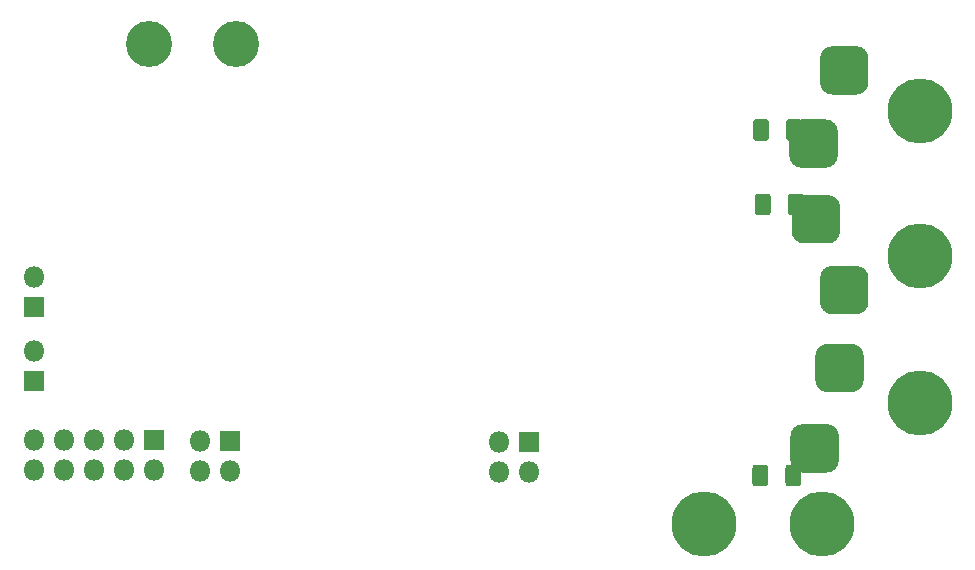
<source format=gbr>
%TF.GenerationSoftware,KiCad,Pcbnew,(5.1.6)-1*%
%TF.CreationDate,2021-03-31T23:30:28+02:00*%
%TF.ProjectId,DRIVER_8323_based,44524956-4552-45f3-9833-32335f626173,rev?*%
%TF.SameCoordinates,Original*%
%TF.FileFunction,Soldermask,Bot*%
%TF.FilePolarity,Negative*%
%FSLAX46Y46*%
G04 Gerber Fmt 4.6, Leading zero omitted, Abs format (unit mm)*
G04 Created by KiCad (PCBNEW (5.1.6)-1) date 2021-03-31 23:30:28*
%MOMM*%
%LPD*%
G01*
G04 APERTURE LIST*
%ADD10O,1.800000X1.800000*%
%ADD11R,1.800000X1.800000*%
%ADD12C,3.900000*%
%ADD13C,5.500000*%
G04 APERTURE END LIST*
%TO.C,C26*%
G36*
G01*
X146225000Y-51195000D02*
X146225000Y-52505000D01*
G75*
G02*
X145955000Y-52775000I-270000J0D01*
G01*
X145145000Y-52775000D01*
G75*
G02*
X144875000Y-52505000I0J270000D01*
G01*
X144875000Y-51195000D01*
G75*
G02*
X145145000Y-50925000I270000J0D01*
G01*
X145955000Y-50925000D01*
G75*
G02*
X146225000Y-51195000I0J-270000D01*
G01*
G37*
G36*
G01*
X149025000Y-51195000D02*
X149025000Y-52505000D01*
G75*
G02*
X148755000Y-52775000I-270000J0D01*
G01*
X147945000Y-52775000D01*
G75*
G02*
X147675000Y-52505000I0J270000D01*
G01*
X147675000Y-51195000D01*
G75*
G02*
X147945000Y-50925000I270000J0D01*
G01*
X148755000Y-50925000D01*
G75*
G02*
X149025000Y-51195000I0J-270000D01*
G01*
G37*
%TD*%
%TO.C,C25*%
G36*
G01*
X146175000Y-80445000D02*
X146175000Y-81755000D01*
G75*
G02*
X145905000Y-82025000I-270000J0D01*
G01*
X145095000Y-82025000D01*
G75*
G02*
X144825000Y-81755000I0J270000D01*
G01*
X144825000Y-80445000D01*
G75*
G02*
X145095000Y-80175000I270000J0D01*
G01*
X145905000Y-80175000D01*
G75*
G02*
X146175000Y-80445000I0J-270000D01*
G01*
G37*
G36*
G01*
X148975000Y-80445000D02*
X148975000Y-81755000D01*
G75*
G02*
X148705000Y-82025000I-270000J0D01*
G01*
X147895000Y-82025000D01*
G75*
G02*
X147625000Y-81755000I0J270000D01*
G01*
X147625000Y-80445000D01*
G75*
G02*
X147895000Y-80175000I270000J0D01*
G01*
X148705000Y-80175000D01*
G75*
G02*
X148975000Y-80445000I0J-270000D01*
G01*
G37*
%TD*%
%TO.C,C24*%
G36*
G01*
X146375000Y-57495000D02*
X146375000Y-58805000D01*
G75*
G02*
X146105000Y-59075000I-270000J0D01*
G01*
X145295000Y-59075000D01*
G75*
G02*
X145025000Y-58805000I0J270000D01*
G01*
X145025000Y-57495000D01*
G75*
G02*
X145295000Y-57225000I270000J0D01*
G01*
X146105000Y-57225000D01*
G75*
G02*
X146375000Y-57495000I0J-270000D01*
G01*
G37*
G36*
G01*
X149175000Y-57495000D02*
X149175000Y-58805000D01*
G75*
G02*
X148905000Y-59075000I-270000J0D01*
G01*
X148095000Y-59075000D01*
G75*
G02*
X147825000Y-58805000I0J270000D01*
G01*
X147825000Y-57495000D01*
G75*
G02*
X148095000Y-57225000I270000J0D01*
G01*
X148905000Y-57225000D01*
G75*
G02*
X149175000Y-57495000I0J-270000D01*
G01*
G37*
%TD*%
D10*
%TO.C,J6*%
X84000000Y-64260000D03*
D11*
X84000000Y-66800000D03*
%TD*%
D10*
%TO.C,J2*%
X84000000Y-70560000D03*
D11*
X84000000Y-73100000D03*
%TD*%
D10*
%TO.C,J5*%
X83990000Y-80640000D03*
X83990000Y-78100000D03*
X86530000Y-80640000D03*
X86530000Y-78100000D03*
X89070000Y-80640000D03*
X89070000Y-78100000D03*
X91610000Y-80640000D03*
X91610000Y-78100000D03*
X94150000Y-80640000D03*
D11*
X94150000Y-78100000D03*
%TD*%
D10*
%TO.C,J3*%
X98060000Y-80740000D03*
X98060000Y-78200000D03*
X100600000Y-80740000D03*
D11*
X100600000Y-78200000D03*
%TD*%
D10*
%TO.C,J1*%
X123410000Y-80800000D03*
X123410000Y-78260000D03*
X125950000Y-80800000D03*
D11*
X125950000Y-78260000D03*
%TD*%
D12*
%TO.C,H7*%
X101100000Y-44600000D03*
%TD*%
%TO.C,H6*%
X93700000Y-44600000D03*
%TD*%
D13*
%TO.C,H5*%
X159000000Y-50250000D03*
%TD*%
%TO.C,H4*%
X159000000Y-62500000D03*
%TD*%
%TO.C,H3*%
X159000000Y-75000000D03*
%TD*%
%TO.C,H2*%
X140700000Y-85200000D03*
%TD*%
%TO.C,H1*%
X150700000Y-85200000D03*
%TD*%
%TO.C,J14*%
G36*
G01*
X150550000Y-47825000D02*
X150550000Y-45775000D01*
G75*
G02*
X151575000Y-44750000I1025000J0D01*
G01*
X153625000Y-44750000D01*
G75*
G02*
X154650000Y-45775000I0J-1025000D01*
G01*
X154650000Y-47825000D01*
G75*
G02*
X153625000Y-48850000I-1025000J0D01*
G01*
X151575000Y-48850000D01*
G75*
G02*
X150550000Y-47825000I0J1025000D01*
G01*
G37*
%TD*%
%TO.C,J13*%
G36*
G01*
X150550000Y-66425000D02*
X150550000Y-64375000D01*
G75*
G02*
X151575000Y-63350000I1025000J0D01*
G01*
X153625000Y-63350000D01*
G75*
G02*
X154650000Y-64375000I0J-1025000D01*
G01*
X154650000Y-66425000D01*
G75*
G02*
X153625000Y-67450000I-1025000J0D01*
G01*
X151575000Y-67450000D01*
G75*
G02*
X150550000Y-66425000I0J1025000D01*
G01*
G37*
%TD*%
%TO.C,J12*%
G36*
G01*
X150150000Y-73025000D02*
X150150000Y-70975000D01*
G75*
G02*
X151175000Y-69950000I1025000J0D01*
G01*
X153225000Y-69950000D01*
G75*
G02*
X154250000Y-70975000I0J-1025000D01*
G01*
X154250000Y-73025000D01*
G75*
G02*
X153225000Y-74050000I-1025000J0D01*
G01*
X151175000Y-74050000D01*
G75*
G02*
X150150000Y-73025000I0J1025000D01*
G01*
G37*
%TD*%
%TO.C,J11*%
G36*
G01*
X147950000Y-54025000D02*
X147950000Y-51975000D01*
G75*
G02*
X148975000Y-50950000I1025000J0D01*
G01*
X151025000Y-50950000D01*
G75*
G02*
X152050000Y-51975000I0J-1025000D01*
G01*
X152050000Y-54025000D01*
G75*
G02*
X151025000Y-55050000I-1025000J0D01*
G01*
X148975000Y-55050000D01*
G75*
G02*
X147950000Y-54025000I0J1025000D01*
G01*
G37*
%TD*%
%TO.C,J10*%
G36*
G01*
X151125000Y-80850000D02*
X149075000Y-80850000D01*
G75*
G02*
X148050000Y-79825000I0J1025000D01*
G01*
X148050000Y-77775000D01*
G75*
G02*
X149075000Y-76750000I1025000J0D01*
G01*
X151125000Y-76750000D01*
G75*
G02*
X152150000Y-77775000I0J-1025000D01*
G01*
X152150000Y-79825000D01*
G75*
G02*
X151125000Y-80850000I-1025000J0D01*
G01*
G37*
%TD*%
%TO.C,J9*%
G36*
G01*
X148150000Y-60425000D02*
X148150000Y-58375000D01*
G75*
G02*
X149175000Y-57350000I1025000J0D01*
G01*
X151225000Y-57350000D01*
G75*
G02*
X152250000Y-58375000I0J-1025000D01*
G01*
X152250000Y-60425000D01*
G75*
G02*
X151225000Y-61450000I-1025000J0D01*
G01*
X149175000Y-61450000D01*
G75*
G02*
X148150000Y-60425000I0J1025000D01*
G01*
G37*
%TD*%
M02*

</source>
